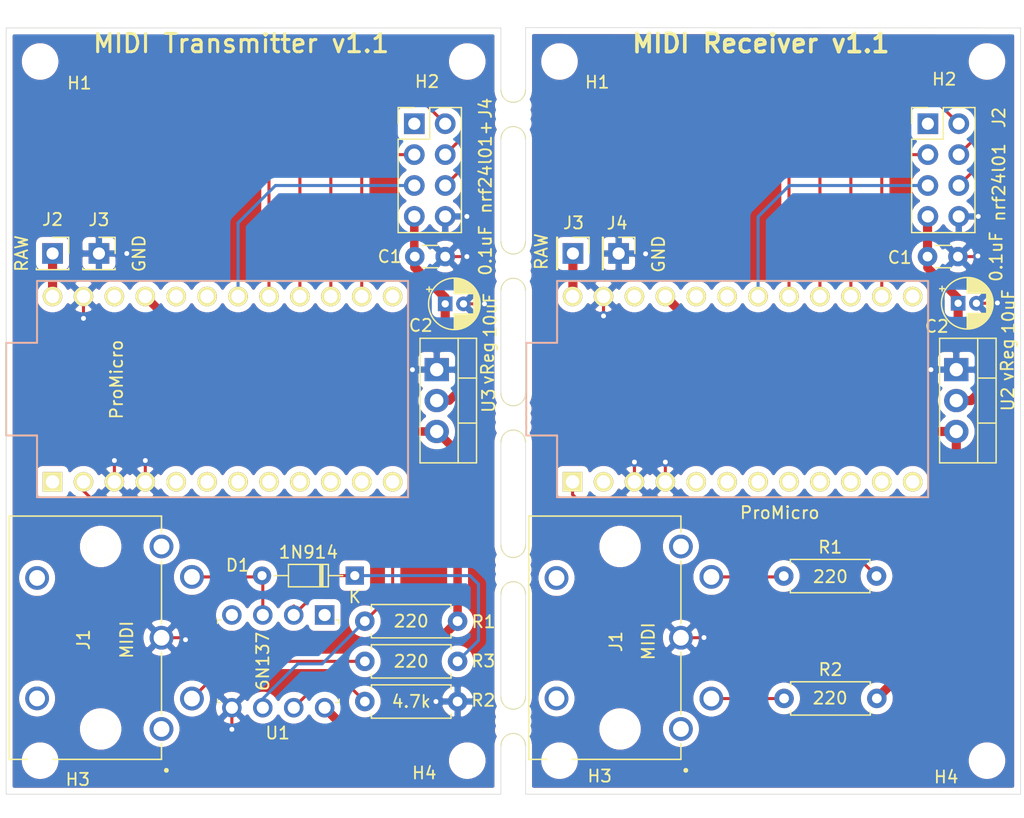
<source format=kicad_pcb>
(kicad_pcb (version 20171130) (host pcbnew "(5.1.4-0-10_14)")
  (layers (0 F.Cu signal) (31 B.Cu signal) (34 B.Paste user) (35 F.Paste user) (36 B.SilkS user) (37 F.SilkS user) (38 B.Mask user) (39 F.Mask user) (44 Edge.Cuts user))
  (net 0 "")
  (net 1 +3V3)
  (net 2 GND)
  (net 3 +5V)
  (net 4 "Net-(D1-Pad2)")
  (net 5 "Net-(D1-Pad1)")
  (net 6 "Net-(J1-Pad1)")
  (net 7 "Net-(J1-Pad3)")
  (net 8 /RAW)
  (net 9 /CE)
  (net 10 /CSN)
  (net 11 /SCK)
  (net 12 /MOSI)
  (net 13 /MISO)
  (net 14 "Net-(J4-Pad1)")
  (net 15 /MIDI_IN)
  (net 16 "Net-(R2-Pad1)")
  (net 17 "Net-(U1-Pad4)")
  (net 18 "Net-(U1-Pad1)")
  (net 19 "Net-(U2-Pad22)")
  (net 20 "Net-(U2-Pad20)")
  (net 21 "Net-(U2-Pad19)")
  (net 22 "Net-(U2-Pad13)")
  (net 23 "Net-(U2-Pad10)")
  (net 24 "Net-(U2-Pad9)")
  (net 25 "Net-(U2-Pad8)")
  (net 26 "Net-(U2-Pad7)")
  (net 27 "Net-(U2-Pad6)")
  (net 28 "Net-(U2-Pad5)")
  (net 29 "Net-(U2-Pad1)")
  (net 30 "Net-(U2-Pad12)")
  (net 31 "Net-(J1-Pad4)")
  (net 32 "Net-(J1-Pad5)")
  (net 33 "Net-(J2-Pad1)")
  (net 34 "Net-(U1-Pad22)")
  (net 35 "Net-(U1-Pad20)")
  (net 36 "Net-(U1-Pad19)")
  (net 37 "Net-(U1-Pad11)")
  (net 38 "Net-(U1-Pad10)")
  (net 39 "Net-(U1-Pad9)")
  (net 40 "Net-(U1-Pad8)")
  (net 41 "Net-(U1-Pad7)")
  (net 42 "Net-(U1-Pad6)")
  (net 43 "Net-(U1-Pad5)")
  (net 44 "Net-(U1-Pad2)")
  (net 45 "Net-(U1-Pad13)")
  (module Capacitor_THT:CP_Radial_D4.0mm_P1.50mm (layer F.Cu) (at 133.858 105.537)
    (fp_text reference C2 (at -2.0066 1.778) (layer F.SilkS))
    (fp_text value 10uF (at 3.683 0.9398 270) (layer F.SilkS))
    (pad 2 thru_hole circle (at 1.5 0) (size 1.2 1.2) (drill 0.6) (layers *.Cu *.Mask) (net 2 GND))
    (pad 1 thru_hole rect (at 0 0) (size 1.2 1.2) (drill 0.6) (layers *.Cu *.Mask) (net 1 +3V3))
  )
  (module Panelization:mouse-bite-2mm-slot (layer F.Cu) (at 139.446 114.9096 90)
    (fp_text reference mouse-bite-2mm-slot hide)
    (fp_text value VAL** hide)
    (pad "" np_thru_hole circle (at 0.75 0.75 90) (size 0.5 0.5) (drill 0.5) (layers *.Cu *.Mask))
    (pad "" np_thru_hole circle (at -0.75 0.75 90) (size 0.5 0.5) (drill 0.5) (layers *.Cu *.Mask))
    (pad "" np_thru_hole circle (at -0.75 -0.75 90) (size 0.5 0.5) (drill 0.5) (layers *.Cu *.Mask))
    (pad "" np_thru_hole circle (at 0.75 -0.75 90) (size 0.5 0.5) (drill 0.5) (layers *.Cu *.Mask))
    (pad "" np_thru_hole circle (at 0 0.75 90) (size 0.5 0.5) (drill 0.5) (layers *.Cu *.Mask))
    (pad "" np_thru_hole circle (at 0 -0.75 90) (size 0.5 0.5) (drill 0.5) (layers *.Cu *.Mask))
  )
  (module Panelization:mouse-bite-2mm-slot (layer F.Cu) (at 139.446 127.381 90)
    (fp_text reference mouse-bite-2mm-slot hide)
    (fp_text value VAL** hide)
    (pad "" np_thru_hole circle (at 0.75 0.75 90) (size 0.5 0.5) (drill 0.5) (layers *.Cu *.Mask))
    (pad "" np_thru_hole circle (at -0.75 0.75 90) (size 0.5 0.5) (drill 0.5) (layers *.Cu *.Mask))
    (pad "" np_thru_hole circle (at -0.75 -0.75 90) (size 0.5 0.5) (drill 0.5) (layers *.Cu *.Mask))
    (pad "" np_thru_hole circle (at 0.75 -0.75 90) (size 0.5 0.5) (drill 0.5) (layers *.Cu *.Mask))
    (pad "" np_thru_hole circle (at 0 0.75 90) (size 0.5 0.5) (drill 0.5) (layers *.Cu *.Mask))
    (pad "" np_thru_hole circle (at 0 -0.75 90) (size 0.5 0.5) (drill 0.5) (layers *.Cu *.Mask))
  )
  (module Panelization:mouse-bite-2mm-slot (layer F.Cu) (at 139.446 102.4382 90)
    (fp_text reference mouse-bite-2mm-slot hide)
    (fp_text value VAL** hide)
    (pad "" np_thru_hole circle (at 0.75 0.75 90) (size 0.5 0.5) (drill 0.5) (layers *.Cu *.Mask))
    (pad "" np_thru_hole circle (at -0.75 0.75 90) (size 0.5 0.5) (drill 0.5) (layers *.Cu *.Mask))
    (pad "" np_thru_hole circle (at -0.75 -0.75 90) (size 0.5 0.5) (drill 0.5) (layers *.Cu *.Mask))
    (pad "" np_thru_hole circle (at 0.75 -0.75 90) (size 0.5 0.5) (drill 0.5) (layers *.Cu *.Mask))
    (pad "" np_thru_hole circle (at 0 0.75 90) (size 0.5 0.5) (drill 0.5) (layers *.Cu *.Mask))
    (pad "" np_thru_hole circle (at 0 -0.75 90) (size 0.5 0.5) (drill 0.5) (layers *.Cu *.Mask))
  )
  (module Panelization:mouse-bite-2mm-slot (layer F.Cu) (at 139.446 139.8524 90)
    (fp_text reference mouse-bite-2mm-slot hide)
    (fp_text value VAL** hide)
    (pad "" np_thru_hole circle (at 0.75 0.75 90) (size 0.5 0.5) (drill 0.5) (layers *.Cu *.Mask))
    (pad "" np_thru_hole circle (at -0.75 0.75 90) (size 0.5 0.5) (drill 0.5) (layers *.Cu *.Mask))
    (pad "" np_thru_hole circle (at -0.75 -0.75 90) (size 0.5 0.5) (drill 0.5) (layers *.Cu *.Mask))
    (pad "" np_thru_hole circle (at 0.75 -0.75 90) (size 0.5 0.5) (drill 0.5) (layers *.Cu *.Mask))
    (pad "" np_thru_hole circle (at 0 0.75 90) (size 0.5 0.5) (drill 0.5) (layers *.Cu *.Mask))
    (pad "" np_thru_hole circle (at 0 -0.75 90) (size 0.5 0.5) (drill 0.5) (layers *.Cu *.Mask))
  )
  (module Panelization:mouse-bite-2mm-slot (layer F.Cu) (at 139.446 89.9668 90)
    (fp_text reference mouse-bite-2mm-slot hide)
    (fp_text value VAL** hide)
    (pad "" np_thru_hole circle (at 0.75 0.75 90) (size 0.5 0.5) (drill 0.5) (layers *.Cu *.Mask))
    (pad "" np_thru_hole circle (at -0.75 0.75 90) (size 0.5 0.5) (drill 0.5) (layers *.Cu *.Mask))
    (pad "" np_thru_hole circle (at -0.75 -0.75 90) (size 0.5 0.5) (drill 0.5) (layers *.Cu *.Mask))
    (pad "" np_thru_hole circle (at 0.75 -0.75 90) (size 0.5 0.5) (drill 0.5) (layers *.Cu *.Mask))
    (pad "" np_thru_hole circle (at 0 0.75 90) (size 0.5 0.5) (drill 0.5) (layers *.Cu *.Mask))
    (pad "" np_thru_hole circle (at 0 -0.75 90) (size 0.5 0.5) (drill 0.5) (layers *.Cu *.Mask))
  )
  (module MountingHole:MountingHole_2mm (layer F.Cu) (at 135.6694 143.0862)
    (fp_text reference H4 (at -3.5306 1.016) (layer F.SilkS))
    (fp_text value MountingHole_2mm)
    (pad "" np_thru_hole circle (at 0 0) (size 2 2) (drill 2) (layers *.Cu *.Mask))
  )
  (module MountingHole:MountingHole_2mm (layer F.Cu) (at 100.576 143.0862)
    (fp_text reference H3 (at 3.0988 1.5494) (layer F.SilkS))
    (fp_text value MountingHole_2mm)
    (pad "" np_thru_hole circle (at 0 0) (size 2 2) (drill 2) (layers *.Cu *.Mask))
  )
  (module MountingHole:MountingHole_2mm (layer F.Cu) (at 100.576 85.6154)
    (fp_text reference H1 (at 3.2258 1.778) (layer F.SilkS))
    (fp_text value MountingHole_2mm)
    (pad "" np_thru_hole circle (at 0 0) (size 2 2) (drill 2) (layers *.Cu *.Mask))
  )
  (module MountingHole:MountingHole_2mm (layer F.Cu) (at 135.6694 85.6154)
    (fp_text reference H2 (at -3.302 1.651) (layer F.SilkS))
    (fp_text value MountingHole_2mm)
    (pad "" np_thru_hole circle (at 0 0) (size 2 2) (drill 2) (layers *.Cu *.Mask))
  )
  (module Package_TO_SOT_THT:TO-220-3_Vertical (layer F.Cu) (at 133.1595 110.9472 270)
    (fp_text reference U3 (at 2.54 -4.27 90) (layer F.SilkS))
    (fp_text value vReg (at -0.5334 -4.1783 90) (layer F.SilkS))
    (pad 3 thru_hole oval (at 5.08 0 270) (size 1.905 2) (drill 1.1) (layers *.Cu *.Mask) (net 3 +5V))
    (pad 2 thru_hole oval (at 2.54 0 270) (size 1.905 2) (drill 1.1) (layers *.Cu *.Mask) (net 1 +3V3))
    (pad 1 thru_hole rect (at 0 0 270) (size 1.905 2) (drill 1.1) (layers *.Cu *.Mask) (net 2 GND))
  )
  (module promicro:ProMicro (layer F.Cu) (at 115.57 112.5474)
    (fp_text reference U2 hide)
    (fp_text value ProMicro (at -8.7122 -0.7874 270) (layer F.SilkS))
    (pad 24 thru_hole circle (at -13.97 -7.62) (size 1.6 1.6) (drill 1.1) (layers *.Cu *.Mask F.SilkS) (net 8 /RAW))
    (pad 23 thru_hole circle (at -11.43 -7.62) (size 1.6 1.6) (drill 1.1) (layers *.Cu *.Mask F.SilkS) (net 2 GND))
    (pad 22 thru_hole circle (at -8.89 -7.62) (size 1.6 1.6) (drill 1.1) (layers *.Cu *.Mask F.SilkS) (net 19 "Net-(U2-Pad22)"))
    (pad 21 thru_hole circle (at -6.35 -7.62) (size 1.6 1.6) (drill 1.1) (layers *.Cu *.Mask F.SilkS) (net 3 +5V))
    (pad 20 thru_hole circle (at -3.81 -7.62) (size 1.6 1.6) (drill 1.1) (layers *.Cu *.Mask F.SilkS) (net 20 "Net-(U2-Pad20)"))
    (pad 19 thru_hole circle (at -1.27 -7.62) (size 1.6 1.6) (drill 1.1) (layers *.Cu *.Mask F.SilkS) (net 21 "Net-(U2-Pad19)"))
    (pad 18 thru_hole circle (at 1.27 -7.62) (size 1.6 1.6) (drill 1.1) (layers *.Cu *.Mask F.SilkS) (net 10 /CSN))
    (pad 17 thru_hole circle (at 3.81 -7.62) (size 1.6 1.6) (drill 1.1) (layers *.Cu *.Mask F.SilkS) (net 9 /CE))
    (pad 16 thru_hole circle (at 6.35 -7.62) (size 1.6 1.6) (drill 1.1) (layers *.Cu *.Mask F.SilkS) (net 11 /SCK))
    (pad 15 thru_hole circle (at 8.89 -7.62) (size 1.6 1.6) (drill 1.1) (layers *.Cu *.Mask F.SilkS) (net 13 /MISO))
    (pad 14 thru_hole circle (at 11.43 -7.62) (size 1.6 1.6) (drill 1.1) (layers *.Cu *.Mask F.SilkS) (net 12 /MOSI))
    (pad 13 thru_hole circle (at 13.97 -7.62) (size 1.6 1.6) (drill 1.1) (layers *.Cu *.Mask F.SilkS) (net 22 "Net-(U2-Pad13)"))
    (pad 12 thru_hole circle (at 13.97 7.62) (size 1.6 1.6) (drill 1.1) (layers *.Cu *.Mask F.SilkS) (net 30 "Net-(U2-Pad12)"))
    (pad 11 thru_hole circle (at 11.43 7.62) (size 1.6 1.6) (drill 1.1) (layers *.Cu *.Mask F.SilkS))
    (pad 10 thru_hole circle (at 8.89 7.62) (size 1.6 1.6) (drill 1.1) (layers *.Cu *.Mask F.SilkS) (net 23 "Net-(U2-Pad10)"))
    (pad 9 thru_hole circle (at 6.35 7.62) (size 1.6 1.6) (drill 1.1) (layers *.Cu *.Mask F.SilkS) (net 24 "Net-(U2-Pad9)"))
    (pad 8 thru_hole circle (at 3.81 7.62) (size 1.6 1.6) (drill 1.1) (layers *.Cu *.Mask F.SilkS) (net 25 "Net-(U2-Pad8)"))
    (pad 7 thru_hole circle (at 1.27 7.62) (size 1.6 1.6) (drill 1.1) (layers *.Cu *.Mask F.SilkS) (net 26 "Net-(U2-Pad7)"))
    (pad 6 thru_hole circle (at -1.27 7.62) (size 1.6 1.6) (drill 1.1) (layers *.Cu *.Mask F.SilkS) (net 27 "Net-(U2-Pad6)"))
    (pad 5 thru_hole circle (at -3.81 7.62) (size 1.6 1.6) (drill 1.1) (layers *.Cu *.Mask F.SilkS) (net 28 "Net-(U2-Pad5)"))
    (pad 4 thru_hole circle (at -6.35 7.62) (size 1.6 1.6) (drill 1.1) (layers *.Cu *.Mask F.SilkS) (net 2 GND))
    (pad 3 thru_hole circle (at -8.89 7.62) (size 1.6 1.6) (drill 1.1) (layers *.Cu *.Mask F.SilkS) (net 2 GND))
    (pad 2 thru_hole circle (at -11.43 7.62) (size 1.6 1.6) (drill 1.1) (layers *.Cu *.Mask F.SilkS) (net 15 /MIDI_IN))
    (pad 1 thru_hole rect (at -13.97 7.62) (size 1.6 1.6) (drill 1.1) (layers *.Cu *.Mask F.SilkS) (net 29 "Net-(U2-Pad1)"))
  )
  (module digikey-footprints:DIP-8_W7.62mm (layer F.Cu) (at 123.952 131.1148 270)
    (fp_text reference U1 (at 9.7028 3.8608 180) (layer F.SilkS))
    (fp_text value 6N137 (at 3.81 5.08 90) (layer F.SilkS))
    (pad 8 thru_hole circle (at 7.62 0 270) (size 1.6 1.6) (drill 1) (layers *.Cu *.Mask) (net 3 +5V))
    (pad 7 thru_hole circle (at 7.62 2.54 270) (size 1.6 1.6) (drill 1) (layers *.Cu *.Mask) (net 16 "Net-(R2-Pad1)"))
    (pad 6 thru_hole circle (at 7.62 5.08 270) (size 1.6 1.6) (drill 1) (layers *.Cu *.Mask) (net 15 /MIDI_IN))
    (pad 5 thru_hole circle (at 7.62 7.62 270) (size 1.6 1.6) (drill 1) (layers *.Cu *.Mask) (net 2 GND))
    (pad 4 thru_hole circle (at 0 7.62 270) (size 1.6 1.6) (drill 1) (layers *.Cu *.Mask) (net 17 "Net-(U1-Pad4)"))
    (pad 3 thru_hole circle (at 0 5.08 270) (size 1.6 1.6) (drill 1) (layers *.Cu *.Mask) (net 4 "Net-(D1-Pad2)"))
    (pad 2 thru_hole circle (at 0 2.54 270) (size 1.6 1.6) (drill 1) (layers *.Cu *.Mask) (net 5 "Net-(D1-Pad1)"))
    (pad 1 thru_hole rect (at 0 0 270) (size 1.6 1.6) (drill 1) (layers *.Cu *.Mask) (net 18 "Net-(U1-Pad1)"))
  )
  (module Diode_THT:D_DO-34_SOD68_P7.62mm_Horizontal (layer F.Cu) (at 126.4285 127.8763 180)
    (fp_text reference D1 (at 9.6139 0.8509) (layer F.SilkS))
    (fp_text value 1N914 (at 3.81 1.92) (layer F.SilkS))
    (fp_text user K (at 0 -1.75) (layer F.SilkS))
    (pad 2 thru_hole oval (at 7.62 0 180) (size 1.5 1.5) (drill 0.75) (layers *.Cu *.Mask) (net 4 "Net-(D1-Pad2)"))
    (pad 1 thru_hole rect (at 0 0 180) (size 1.5 1.5) (drill 0.75) (layers *.Cu *.Mask) (net 5 "Net-(D1-Pad1)"))
  )
  (module Resistor_THT:R_Axial_DIN0207_L6.3mm_D2.5mm_P7.62mm_Horizontal (layer F.Cu) (at 134.874 131.6228 180)
    (fp_text reference R1 (at -2.1336 -0.0508) (layer F.SilkS))
    (fp_text value 220 (at 3.81 0) (layer F.SilkS))
    (pad 2 thru_hole oval (at 7.62 0 180) (size 1.6 1.6) (drill 0.8) (layers *.Cu *.Mask) (net 15 /MIDI_IN))
    (pad 1 thru_hole circle (at 0 0 180) (size 1.6 1.6) (drill 0.8) (layers *.Cu *.Mask) (net 3 +5V))
  )
  (module MIDI_jack:Midi_jack (layer F.Cu) (at 114.3 122.7328 270)
    (fp_text reference J1 (at 10.414 10.16 90) (layer F.SilkS))
    (fp_text value MIDI (at 10.414 6.604 90) (layer F.SilkS))
    (pad 4 thru_hole circle (at 15.25 1.25 270) (size 1.95 1.95) (drill 1.3) (layers *.Cu *.Mask) (net 31 "Net-(J1-Pad4)"))
    (pad 1 thru_hole circle (at 17.75 3.75 270) (size 1.95 1.95) (drill 1.3) (layers *.Cu *.Mask) (net 6 "Net-(J1-Pad1)"))
    (pad Hole np_thru_hole circle (at 17.75 8.75 270) (size 2.4 2.4) (drill 2.4) (layers *.Cu *.Mask F.SilkS))
    (pad 5 thru_hole circle (at 5.25 1.25 270) (size 1.95 1.95) (drill 1.3) (layers *.Cu *.Mask) (net 4 "Net-(D1-Pad2)"))
    (pad S2 thru_hole circle (at 15.24 13.97 270) (size 1.95 1.95) (drill 1.3) (layers *.Cu *.Mask))
    (pad 3 thru_hole circle (at 2.75 3.75 270) (size 1.95 1.95) (drill 1.3) (layers *.Cu *.Mask) (net 7 "Net-(J1-Pad3)"))
    (pad S1 thru_hole circle (at 5.334 13.97 270) (size 1.95 1.95) (drill 1.3) (layers *.Cu *.Mask))
    (pad Hole np_thru_hole circle (at 2.75 8.75 270) (size 2.4 2.4) (drill 2.4) (layers *.Cu *.Mask F.SilkS))
    (pad 2 thru_hole circle (at 10.25 3.75 270) (size 1.95 1.95) (drill 1.3) (layers *.Cu *.Mask) (net 2 GND))
  )
  (module Resistor_THT:R_Axial_DIN0207_L6.3mm_D2.5mm_P7.62mm_Horizontal (layer F.Cu) (at 127.254 134.9248)
    (fp_text reference R3 (at 9.7282 -0.0254) (layer F.SilkS))
    (fp_text value 220 (at 3.81 0) (layer F.SilkS))
    (pad 2 thru_hole oval (at 7.62 0) (size 1.6 1.6) (drill 0.8) (layers *.Cu *.Mask) (net 5 "Net-(D1-Pad1)"))
    (pad 1 thru_hole circle (at 0 0) (size 1.6 1.6) (drill 0.8) (layers *.Cu *.Mask) (net 31 "Net-(J1-Pad4)"))
  )
  (module Resistor_THT:R_Axial_DIN0207_L6.3mm_D2.5mm_P7.62mm_Horizontal (layer F.Cu) (at 127.254 138.2268)
    (fp_text reference R2 (at 9.7282 -0.1016) (layer F.SilkS))
    (fp_text value 4.7k (at 3.81 0) (layer F.SilkS))
    (pad 2 thru_hole oval (at 7.62 0) (size 1.6 1.6) (drill 0.8) (layers *.Cu *.Mask) (net 2 GND))
    (pad 1 thru_hole circle (at 0 0) (size 1.6 1.6) (drill 0.8) (layers *.Cu *.Mask) (net 16 "Net-(R2-Pad1)"))
  )
  (module Connector_PinHeader_2.54mm:PinHeader_2x04_P2.54mm_Vertical (layer F.Cu) (at 131.318 90.7288)
    (fp_text reference J4 (at 5.842 -1.27 90) (layer F.SilkS))
    (fp_text value nrf24l01+ (at 5.842 3.556 90) (layer F.SilkS))
    (pad 8 thru_hole oval (at 2.54 7.62) (size 1.7 1.7) (drill 1) (layers *.Cu *.Mask) (net 2 GND))
    (pad 7 thru_hole oval (at 0 7.62) (size 1.7 1.7) (drill 1) (layers *.Cu *.Mask) (net 1 +3V3))
    (pad 6 thru_hole oval (at 2.54 5.08) (size 1.7 1.7) (drill 1) (layers *.Cu *.Mask) (net 9 /CE))
    (pad 5 thru_hole oval (at 0 5.08) (size 1.7 1.7) (drill 1) (layers *.Cu *.Mask) (net 10 /CSN))
    (pad 4 thru_hole oval (at 2.54 2.54) (size 1.7 1.7) (drill 1) (layers *.Cu *.Mask) (net 11 /SCK))
    (pad 3 thru_hole oval (at 0 2.54) (size 1.7 1.7) (drill 1) (layers *.Cu *.Mask) (net 12 /MOSI))
    (pad 2 thru_hole oval (at 2.54 0) (size 1.7 1.7) (drill 1) (layers *.Cu *.Mask) (net 13 /MISO))
    (pad 1 thru_hole rect (at 0 0) (size 1.7 1.7) (drill 1) (layers *.Cu *.Mask) (net 14 "Net-(J4-Pad1)"))
  )
  (module Connector_PinSocket_2.54mm:PinSocket_1x01_P2.54mm_Vertical (layer F.Cu) (at 105.41 101.3968)
    (fp_text reference J3 (at 0 -2.77) (layer F.SilkS))
    (fp_text value GND (at 3.302 0 90) (layer F.SilkS))
    (pad 1 thru_hole rect (at 0 0) (size 1.7 1.7) (drill 1) (layers *.Cu *.Mask) (net 2 GND))
  )
  (module Connector_PinSocket_2.54mm:PinSocket_1x01_P2.54mm_Vertical (layer F.Cu) (at 101.6 101.3968)
    (fp_text reference J2 (at 0 -2.794) (layer F.SilkS))
    (fp_text value RAW (at -2.54 0 90) (layer F.SilkS))
    (pad 1 thru_hole rect (at 0 0) (size 1.7 1.7) (drill 1) (layers *.Cu *.Mask) (net 8 /RAW))
  )
  (module Capacitor_THT:C_Disc_D3.0mm_W1.6mm_P2.50mm (layer F.Cu) (at 133.858 101.6508 180)
    (fp_text reference C1 (at 4.572 0) (layer F.SilkS))
    (fp_text value 0.1uF (at -3.302 0.508 90) (layer F.SilkS))
    (pad 2 thru_hole circle (at 2.5 0 180) (size 1.6 1.6) (drill 0.8) (layers *.Cu *.Mask) (net 1 +3V3))
    (pad 1 thru_hole circle (at 0 0 180) (size 1.6 1.6) (drill 0.8) (layers *.Cu *.Mask) (net 2 GND))
  )
  (module Connector_PinHeader_2.54mm:PinHeader_1x01_P2.54mm_Vertical (layer F.Cu) (at 148.1074 101.3968 270)
    (fp_text reference J4 (at -2.4892 0.127 180) (layer F.SilkS))
    (fp_text value GND (at 0.0508 -3.2766 270) (layer F.SilkS))
    (pad 1 thru_hole rect (at 0 0 270) (size 1.7 1.7) (drill 1) (layers *.Cu *.Mask) (net 2 GND))
  )
  (module Connector_PinHeader_2.54mm:PinHeader_1x01_P2.54mm_Vertical (layer F.Cu) (at 144.3482 101.3968 270)
    (fp_text reference J3 (at -2.5146 -0.0508) (layer F.SilkS))
    (fp_text value RAW (at -0.1524 2.5908 270) (layer F.SilkS))
    (pad 1 thru_hole rect (at 0 0 270) (size 1.7 1.7) (drill 1) (layers *.Cu *.Mask) (net 8 /RAW))
  )
  (module Package_TO_SOT_THT:TO-220-3_Vertical (layer F.Cu) (at 175.8442 110.9472 270)
    (fp_text reference U2 (at 2.413 -4.2418 90) (layer F.SilkS))
    (fp_text value vReg (at -0.8128 -4.191 270) (layer F.SilkS))
    (pad 3 thru_hole oval (at 5.08 0 270) (size 1.905 2) (drill 1.1) (layers *.Cu *.Mask) (net 3 +5V))
    (pad 2 thru_hole oval (at 2.54 0 270) (size 1.905 2) (drill 1.1) (layers *.Cu *.Mask) (net 1 +3V3))
    (pad 1 thru_hole rect (at 0 0 270) (size 1.905 2) (drill 1.1) (layers *.Cu *.Mask) (net 2 GND))
  )
  (module MIDI_jack:Midi_jack (layer F.Cu) (at 156.972 122.7328 270)
    (fp_text reference J1 (at 10.5664 9.0932 90) (layer F.SilkS))
    (fp_text value MIDI (at 10.541 6.4262 90) (layer F.SilkS))
    (pad 4 thru_hole circle (at 15.25 1.25 270) (size 1.95 1.95) (drill 1.3) (layers *.Cu *.Mask) (net 31 "Net-(J1-Pad4)"))
    (pad 1 thru_hole circle (at 17.75 3.75 270) (size 1.95 1.95) (drill 1.3) (layers *.Cu *.Mask) (net 6 "Net-(J1-Pad1)"))
    (pad Hole np_thru_hole circle (at 17.75 8.75 270) (size 2.4 2.4) (drill 2.4) (layers *.Cu *.Mask F.SilkS))
    (pad 5 thru_hole circle (at 5.25 1.25 270) (size 1.95 1.95) (drill 1.3) (layers *.Cu *.Mask) (net 32 "Net-(J1-Pad5)"))
    (pad S2 thru_hole circle (at 15.24 13.97 270) (size 1.95 1.95) (drill 1.3) (layers *.Cu *.Mask))
    (pad 3 thru_hole circle (at 2.75 3.75 270) (size 1.95 1.95) (drill 1.3) (layers *.Cu *.Mask) (net 7 "Net-(J1-Pad3)"))
    (pad S1 thru_hole circle (at 5.334 13.97 270) (size 1.95 1.95) (drill 1.3) (layers *.Cu *.Mask))
    (pad Hole np_thru_hole circle (at 2.75 8.75 270) (size 2.4 2.4) (drill 2.4) (layers *.Cu *.Mask F.SilkS))
    (pad 2 thru_hole circle (at 10.25 3.75 270) (size 1.95 1.95) (drill 1.3) (layers *.Cu *.Mask) (net 2 GND))
  )
  (module MountingHole:MountingHole_2mm (layer F.Cu) (at 178.3668 143.0862)
    (fp_text reference H4 (at -3.3528 1.3462) (layer F.SilkS))
    (fp_text value MountingHole)
    (pad "" np_thru_hole circle (at 0 0) (size 2 2) (drill 2) (layers *.Cu *.Mask))
  )
  (module MountingHole:MountingHole_2mm (layer F.Cu) (at 178.3668 85.6154)
    (fp_text reference H2 (at -3.5132 1.4558) (layer F.SilkS))
    (fp_text value MountingHole)
    (pad "" np_thru_hole circle (at 0 0) (size 2 2) (drill 2) (layers *.Cu *.Mask))
  )
  (module MountingHole:MountingHole_2mm (layer F.Cu) (at 143.248 143.0862)
    (fp_text reference H3 (at 3.302 1.27) (layer F.SilkS))
    (fp_text value MountingHole)
    (pad "" np_thru_hole circle (at 0 0) (size 2 2) (drill 2) (layers *.Cu *.Mask))
  )
  (module MountingHole:MountingHole_2mm (layer F.Cu) (at 143.248 85.6154)
    (fp_text reference H1 (at 3.0988 1.7018) (layer F.SilkS))
    (fp_text value MountingHole)
    (pad "" np_thru_hole circle (at 0 0) (size 2 2) (drill 2) (layers *.Cu *.Mask))
  )
  (module Resistor_THT:R_Axial_DIN0207_L6.3mm_D2.5mm_P7.62mm_Horizontal (layer F.Cu) (at 161.6964 137.9728)
    (fp_text reference R2 (at 3.81 -2.37) (layer F.SilkS))
    (fp_text value 220 (at 3.7846 -0.0254) (layer F.SilkS))
    (pad 2 thru_hole oval (at 7.62 0) (size 1.6 1.6) (drill 0.8) (layers *.Cu *.Mask) (net 3 +5V))
    (pad 1 thru_hole circle (at 0 0) (size 1.6 1.6) (drill 0.8) (layers *.Cu *.Mask) (net 31 "Net-(J1-Pad4)"))
  )
  (module Resistor_THT:R_Axial_DIN0207_L6.3mm_D2.5mm_P7.62mm_Horizontal (layer F.Cu) (at 161.671 127.9144)
    (fp_text reference R1 (at 3.81 -2.37) (layer F.SilkS))
    (fp_text value 220 (at 3.8354 0.0508) (layer F.SilkS))
    (pad 2 thru_hole oval (at 7.62 0) (size 1.6 1.6) (drill 0.8) (layers *.Cu *.Mask) (net 15 /MIDI_IN))
    (pad 1 thru_hole circle (at 0 0) (size 1.6 1.6) (drill 0.8) (layers *.Cu *.Mask) (net 32 "Net-(J1-Pad5)"))
  )
  (module Connector_PinHeader_2.54mm:PinHeader_2x04_P2.54mm_Vertical (layer F.Cu) (at 173.5074 90.7288)
    (fp_text reference J2 (at 5.842 -0.508 90) (layer F.SilkS))
    (fp_text value nrf24l01 (at 5.842 4.826 270) (layer F.SilkS))
    (pad 8 thru_hole oval (at 2.54 7.62) (size 1.7 1.7) (drill 1) (layers *.Cu *.Mask) (net 2 GND))
    (pad 7 thru_hole oval (at 0 7.62) (size 1.7 1.7) (drill 1) (layers *.Cu *.Mask) (net 1 +3V3))
    (pad 6 thru_hole oval (at 2.54 5.08) (size 1.7 1.7) (drill 1) (layers *.Cu *.Mask) (net 9 /CE))
    (pad 5 thru_hole oval (at 0 5.08) (size 1.7 1.7) (drill 1) (layers *.Cu *.Mask) (net 10 /CSN))
    (pad 4 thru_hole oval (at 2.54 2.54) (size 1.7 1.7) (drill 1) (layers *.Cu *.Mask) (net 11 /SCK))
    (pad 3 thru_hole oval (at 0 2.54) (size 1.7 1.7) (drill 1) (layers *.Cu *.Mask) (net 12 /MOSI))
    (pad 2 thru_hole oval (at 2.54 0) (size 1.7 1.7) (drill 1) (layers *.Cu *.Mask) (net 13 /MISO))
    (pad 1 thru_hole rect (at 0 0) (size 1.7 1.7) (drill 1) (layers *.Cu *.Mask) (net 33 "Net-(J2-Pad1)"))
  )
  (module promicro:ProMicro (layer F.Cu) (at 158.2928 112.5474)
    (fp_text reference U1 hide)
    (fp_text value ProMicro (at 3.048 10.16) (layer F.SilkS))
    (pad 24 thru_hole circle (at -13.97 -7.62) (size 1.6 1.6) (drill 1.1) (layers *.Cu *.Mask F.SilkS) (net 8 /RAW))
    (pad 23 thru_hole circle (at -11.43 -7.62) (size 1.6 1.6) (drill 1.1) (layers *.Cu *.Mask F.SilkS) (net 2 GND))
    (pad 22 thru_hole circle (at -8.89 -7.62) (size 1.6 1.6) (drill 1.1) (layers *.Cu *.Mask F.SilkS) (net 34 "Net-(U1-Pad22)"))
    (pad 21 thru_hole circle (at -6.35 -7.62) (size 1.6 1.6) (drill 1.1) (layers *.Cu *.Mask F.SilkS) (net 3 +5V))
    (pad 20 thru_hole circle (at -3.81 -7.62) (size 1.6 1.6) (drill 1.1) (layers *.Cu *.Mask F.SilkS) (net 35 "Net-(U1-Pad20)"))
    (pad 19 thru_hole circle (at -1.27 -7.62) (size 1.6 1.6) (drill 1.1) (layers *.Cu *.Mask F.SilkS) (net 36 "Net-(U1-Pad19)"))
    (pad 18 thru_hole circle (at 1.27 -7.62) (size 1.6 1.6) (drill 1.1) (layers *.Cu *.Mask F.SilkS) (net 10 /CSN))
    (pad 17 thru_hole circle (at 3.81 -7.62) (size 1.6 1.6) (drill 1.1) (layers *.Cu *.Mask F.SilkS) (net 9 /CE))
    (pad 16 thru_hole circle (at 6.35 -7.62) (size 1.6 1.6) (drill 1.1) (layers *.Cu *.Mask F.SilkS) (net 11 /SCK))
    (pad 15 thru_hole circle (at 8.89 -7.62) (size 1.6 1.6) (drill 1.1) (layers *.Cu *.Mask F.SilkS) (net 13 /MISO))
    (pad 14 thru_hole circle (at 11.43 -7.62) (size 1.6 1.6) (drill 1.1) (layers *.Cu *.Mask F.SilkS) (net 12 /MOSI))
    (pad 13 thru_hole circle (at 13.97 -7.62) (size 1.6 1.6) (drill 1.1) (layers *.Cu *.Mask F.SilkS) (net 45 "Net-(U1-Pad13)"))
    (pad 12 thru_hole circle (at 13.97 7.62) (size 1.6 1.6) (drill 1.1) (layers *.Cu *.Mask F.SilkS))
    (pad 11 thru_hole circle (at 11.43 7.62) (size 1.6 1.6) (drill 1.1) (layers *.Cu *.Mask F.SilkS) (net 37 "Net-(U1-Pad11)"))
    (pad 10 thru_hole circle (at 8.89 7.62) (size 1.6 1.6) (drill 1.1) (layers *.Cu *.Mask F.SilkS) (net 38 "Net-(U1-Pad10)"))
    (pad 9 thru_hole circle (at 6.35 7.62) (size 1.6 1.6) (drill 1.1) (layers *.Cu *.Mask F.SilkS) (net 39 "Net-(U1-Pad9)"))
    (pad 8 thru_hole circle (at 3.81 7.62) (size 1.6 1.6) (drill 1.1) (layers *.Cu *.Mask F.SilkS) (net 40 "Net-(U1-Pad8)"))
    (pad 7 thru_hole circle (at 1.27 7.62) (size 1.6 1.6) (drill 1.1) (layers *.Cu *.Mask F.SilkS) (net 41 "Net-(U1-Pad7)"))
    (pad 6 thru_hole circle (at -1.27 7.62) (size 1.6 1.6) (drill 1.1) (layers *.Cu *.Mask F.SilkS) (net 42 "Net-(U1-Pad6)"))
    (pad 5 thru_hole circle (at -3.81 7.62) (size 1.6 1.6) (drill 1.1) (layers *.Cu *.Mask F.SilkS) (net 43 "Net-(U1-Pad5)"))
    (pad 4 thru_hole circle (at -6.35 7.62) (size 1.6 1.6) (drill 1.1) (layers *.Cu *.Mask F.SilkS) (net 2 GND))
    (pad 3 thru_hole circle (at -8.89 7.62) (size 1.6 1.6) (drill 1.1) (layers *.Cu *.Mask F.SilkS) (net 2 GND))
    (pad 2 thru_hole circle (at -11.43 7.62) (size 1.6 1.6) (drill 1.1) (layers *.Cu *.Mask F.SilkS) (net 44 "Net-(U1-Pad2)"))
    (pad 1 thru_hole rect (at -13.97 7.62) (size 1.6 1.6) (drill 1.1) (layers *.Cu *.Mask F.SilkS) (net 15 /MIDI_IN))
  )
  (module Capacitor_THT:CP_Radial_D4.0mm_P1.50mm (layer F.Cu) (at 175.9966 105.4862)
    (fp_text reference C2 (at -1.7526 1.905 180) (layer F.SilkS))
    (fp_text value 10uF (at 4.1402 0.6858 90) (layer F.SilkS))
    (pad 2 thru_hole circle (at 1.5 0) (size 1.2 1.2) (drill 0.6) (layers *.Cu *.Mask) (net 2 GND))
    (pad 1 thru_hole rect (at 0 0) (size 1.2 1.2) (drill 0.6) (layers *.Cu *.Mask) (net 1 +3V3))
  )
  (module Capacitor_THT:C_Disc_D3.0mm_W1.6mm_P2.50mm (layer F.Cu) (at 173.482 101.6508)
    (fp_text reference C1 (at -2.286 0.0762) (layer F.SilkS))
    (fp_text value 0.1uF (at 5.6388 0 90) (layer F.SilkS))
    (pad 2 thru_hole circle (at 2.5 0) (size 1.6 1.6) (drill 0.8) (layers *.Cu *.Mask) (net 2 GND))
    (pad 1 thru_hole circle (at 0 0) (size 1.6 1.6) (drill 0.8) (layers *.Cu *.Mask) (net 1 +3V3))
  )
  (gr_line (start 140.462 145.8468) (end 140.4874 145.8468) (layer Edge.Cuts) (width 0.05))
  (gr_arc (start 139.446 141.859) (end 140.462 141.859) (angle -180) (layer Edge.Cuts) (width 0.05))
  (gr_arc (start 139.446 137.8458) (end 138.43 137.8458) (angle -180) (layer Edge.Cuts) (width 0.05))
  (gr_arc (start 139.446 129.3876) (end 140.462 129.3876) (angle -180) (layer Edge.Cuts) (width 0.05))
  (gr_arc (start 139.446 125.3744) (end 138.43 125.3744) (angle -180) (layer Edge.Cuts) (width 0.05))
  (gr_arc (start 139.446 87.9602) (end 138.43 87.9602) (angle -180) (layer Edge.Cuts) (width 0.05))
  (gr_arc (start 139.446 91.9734) (end 140.462 91.9734) (angle -180) (layer Edge.Cuts) (width 0.05))
  (gr_arc (start 139.446 100.4316) (end 138.43 100.4316) (angle -180) (layer Edge.Cuts) (width 0.05))
  (gr_arc (start 139.446 104.4448) (end 140.462 104.4448) (angle -180) (layer Edge.Cuts) (width 0.05))
  (gr_arc (start 139.446 116.9162) (end 140.462 116.9162) (angle -180) (layer Edge.Cuts) (width 0.05))
  (gr_arc (start 139.446 112.903) (end 138.43 112.903) (angle -180) (layer Edge.Cuts) (width 0.05))
  (gr_line (start 138.43 87.9602) (end 138.43 82.8548) (layer Edge.Cuts) (width 0.05))
  (gr_line (start 138.43 100.4316) (end 138.43 91.9734) (layer Edge.Cuts) (width 0.05))
  (gr_line (start 138.43 112.903) (end 138.43 104.4448) (layer Edge.Cuts) (width 0.05))
  (gr_line (start 138.43 125.3744) (end 138.43 116.9162) (layer Edge.Cuts) (width 0.05))
  (gr_line (start 138.43 137.8458) (end 138.43 129.3876) (layer Edge.Cuts) (width 0.05))
  (gr_line (start 138.43 145.8468) (end 138.43 141.859) (layer Edge.Cuts) (width 0.05))
  (gr_line (start 140.462 141.859) (end 140.462 143.3068) (layer Edge.Cuts) (width 0.05))
  (gr_line (start 140.462 129.3876) (end 140.462 137.8458) (layer Edge.Cuts) (width 0.05))
  (gr_line (start 140.462 116.9162) (end 140.462 125.3744) (layer Edge.Cuts) (width 0.05))
  (gr_line (start 140.462 104.4448) (end 140.462 112.903) (layer Edge.Cuts) (width 0.05))
  (gr_line (start 140.462 91.9734) (end 140.462 100.4316) (layer Edge.Cuts) (width 0.05))
  (gr_line (start 140.462 82.8294) (end 140.462 87.9602) (layer Edge.Cuts) (width 0.05))
  (gr_text "MIDI Transmitter v1.1" (at 117.094 84.1248) (layer F.SilkS) (effects (font (size 1.5 1.5) (thickness 0.25))))
  (gr_line (start 97.79 82.8548) (end 97.79 84.8868) (layer Edge.Cuts) (width 0.05))
  (gr_line (start 97.79 84.8868) (end 97.79 86.1568) (layer Edge.Cuts) (width 0.05))
  (gr_line (start 97.79 145.8468) (end 97.79 86.1568) (layer Edge.Cuts) (width 0.05))
  (gr_line (start 138.43 145.8468) (end 97.79 145.8468) (layer Edge.Cuts) (width 0.05))
  (gr_line (start 97.79 82.8548) (end 138.43 82.8548) (layer Edge.Cuts) (width 0.05))
  (gr_text "MIDI Receiver v1.1" (at 159.7914 84.1248) (layer F.SilkS) (effects (font (size 1.5 1.5) (thickness 0.3))))
  (gr_line (start 140.462 143.3068) (end 140.462 145.8468) (layer Edge.Cuts) (width 0.05))
  (gr_line (start 181.1274 143.3068) (end 181.1274 143.5608) (layer Edge.Cuts) (width 0.05))
  (gr_line (start 181.1274 143.5608) (end 181.1274 145.8468) (layer Edge.Cuts) (width 0.05))
  (gr_line (start 181.1274 145.8468) (end 140.4874 145.8468) (layer Edge.Cuts) (width 0.05))
  (gr_line (start 181.1274 82.8548) (end 181.1274 143.3068) (layer Edge.Cuts) (width 0.05))
  (gr_line (start 140.462 82.8294) (end 181.1274 82.8548) (layer Edge.Cuts) (width 0.05))
  (segment (start 131.358 98.3888) (end 131.318 98.3488) (width 0.75) (layer F.Cu) (net 1))
  (segment (start 131.358 98.3888) (end 131.318 98.3488) (width 0.75) (layer B.Cu) (net 1))
  (segment (start 176.6029 113.0808) (end 176.5554 113.0808) (width 0.25) (layer F.Cu) (net 1))
  (segment (start 135.2042 112.4712) (end 134.1882 113.4872) (width 0.7) (layer F.Cu) (net 1))
  (segment (start 134.1882 113.4872) (end 133.1595 113.4872) (width 0.7) (layer F.Cu) (net 1))
  (segment (start 131.318 101.6108) (end 131.358 101.6508) (width 0.7) (layer F.Cu) (net 1))
  (segment (start 131.318 98.3488) (end 131.318 101.6108) (width 0.7) (layer F.Cu) (net 1))
  (segment (start 173.482 98.3742) (end 173.5074 98.3488) (width 0.75) (layer F.Cu) (net 1))
  (segment (start 173.482 101.6508) (end 173.482 98.3742) (width 0.75) (layer F.Cu) (net 1))
  (segment (start 135.2042 109.3724) (end 135.2042 112.4712) (width 0.75) (layer F.Cu) (net 1))
  (segment (start 133.858 108.0262) (end 135.2042 109.3724) (width 0.75) (layer F.Cu) (net 1))
  (segment (start 133.858 105.537) (end 133.858 108.0262) (width 0.75) (layer F.Cu) (net 1))
  (segment (start 177.0634 113.4872) (end 175.8442 113.4872) (width 0.75) (layer F.Cu) (net 1))
  (segment (start 178.1048 112.4458) (end 177.0634 113.4872) (width 0.75) (layer F.Cu) (net 1))
  (segment (start 175.9966 107.569) (end 178.1048 109.6772) (width 0.75) (layer F.Cu) (net 1))
  (segment (start 178.1048 109.6772) (end 178.1048 112.4458) (width 0.75) (layer F.Cu) (net 1))
  (segment (start 175.9966 105.4862) (end 175.9966 107.569) (width 0.75) (layer F.Cu) (net 1))
  (segment (start 175.9966 105.0798) (end 175.9966 105.4862) (width 0.7) (layer F.Cu) (net 1))
  (segment (start 173.482 102.5652) (end 175.9966 105.0798) (width 0.7) (layer F.Cu) (net 1))
  (segment (start 173.482 101.6508) (end 173.482 102.5652) (width 0.7) (layer F.Cu) (net 1))
  (segment (start 133.858 105.029) (end 133.858 105.537) (width 0.75) (layer F.Cu) (net 1))
  (segment (start 131.358 102.529) (end 133.858 105.029) (width 0.75) (layer F.Cu) (net 1))
  (segment (start 131.358 101.6508) (end 131.358 102.529) (width 0.75) (layer F.Cu) (net 1))
  (via (at 104.14 106.7308) (size 0.8) (drill 0.4) (layers F.Cu B.Cu) (net 2))
  (via (at 106.68 118.4148) (size 0.8) (drill 0.4) (layers F.Cu B.Cu) (net 2))
  (via (at 109.22 118.4148) (size 0.8) (drill 0.4) (layers F.Cu B.Cu) (net 2))
  (via (at 116.332 140.5128) (size 0.8) (drill 0.4) (layers F.Cu B.Cu) (net 2))
  (via (at 135.636 101.6508) (size 0.8) (drill 0.4) (layers F.Cu B.Cu) (net 2))
  (via (at 135.636 98.3488) (size 0.8) (drill 0.4) (layers F.Cu B.Cu) (net 2))
  (segment (start 104.14 104.9528) (end 104.14 106.7308) (width 0.25) (layer F.Cu) (net 2))
  (segment (start 106.68 120.1928) (end 106.68 118.4148) (width 0.25) (layer F.Cu) (net 2))
  (segment (start 109.22 120.1928) (end 109.22 118.4148) (width 0.25) (layer F.Cu) (net 2))
  (segment (start 116.332 140.5128) (end 116.332 138.7348) (width 0.25) (layer F.Cu) (net 2))
  (segment (start 133.858 98.3488) (end 135.636 98.3488) (width 0.25) (layer F.Cu) (net 2))
  (segment (start 133.858 101.6508) (end 135.636 101.6508) (width 0.25) (layer F.Cu) (net 2))
  (via (at 107.696 101.3968) (size 0.8) (drill 0.4) (layers F.Cu B.Cu) (net 2))
  (segment (start 105.41 101.3968) (end 107.696 101.3968) (width 0.25) (layer F.Cu) (net 2))
  (via (at 112.522 133.1468) (size 0.8) (drill 0.4) (layers F.Cu B.Cu) (net 2))
  (segment (start 112.358 132.9828) (end 112.522 133.1468) (width 0.25) (layer F.Cu) (net 2))
  (segment (start 110.55 132.9828) (end 112.358 132.9828) (width 0.25) (layer F.Cu) (net 2))
  (via (at 133.096 138.2268) (size 0.8) (drill 0.4) (layers F.Cu B.Cu) (net 2))
  (segment (start 134.874 138.2268) (end 133.096 138.2268) (width 0.25) (layer F.Cu) (net 2))
  (via (at 131.1656 110.9472) (size 0.8) (drill 0.4) (layers F.Cu B.Cu) (net 2))
  (segment (start 133.1595 110.9472) (end 131.1656 110.9472) (width 0.25) (layer F.Cu) (net 2))
  (via (at 177.6222 101.6) (size 0.8) (drill 0.4) (layers F.Cu B.Cu) (net 2))
  (segment (start 177.5714 101.6508) (end 177.6222 101.6) (width 0.25) (layer F.Cu) (net 2))
  (segment (start 175.982 101.6508) (end 177.5714 101.6508) (width 0.25) (layer F.Cu) (net 2))
  (via (at 177.6476 98.3488) (size 0.8) (drill 0.4) (layers F.Cu B.Cu) (net 2))
  (segment (start 176.0474 98.3488) (end 177.6476 98.3488) (width 0.25) (layer F.Cu) (net 2))
  (via (at 146.8628 106.5276) (size 0.8) (drill 0.4) (layers F.Cu B.Cu) (net 2))
  (segment (start 146.8628 104.9274) (end 146.8628 106.5276) (width 0.25) (layer F.Cu) (net 2))
  (via (at 149.4028 118.541804) (size 0.8) (drill 0.4) (layers F.Cu B.Cu) (net 2))
  (segment (start 149.4028 120.1674) (end 149.4028 118.541804) (width 0.25) (layer F.Cu) (net 2))
  (via (at 151.9428 118.5418) (size 0.8) (drill 0.4) (layers F.Cu B.Cu) (net 2))
  (segment (start 151.9428 120.1674) (end 151.9428 118.5418) (width 0.25) (layer F.Cu) (net 2))
  (via (at 173.7614 110.9472) (size 0.8) (drill 0.4) (layers F.Cu B.Cu) (net 2))
  (segment (start 175.8442 110.9472) (end 173.7614 110.9472) (width 0.25) (layer F.Cu) (net 2))
  (segment (start 155.104 132.9828) (end 155.1178 132.969) (width 0.25) (layer F.Cu) (net 2))
  (via (at 155.1178 132.969) (size 0.8) (drill 0.4) (layers F.Cu B.Cu) (net 2))
  (segment (start 153.222 132.9828) (end 155.104 132.9828) (width 0.25) (layer F.Cu) (net 2))
  (segment (start 150.2918 101.3968) (end 150.3172 101.4222) (width 0.25) (layer F.Cu) (net 2))
  (via (at 150.3172 101.4222) (size 0.8) (drill 0.4) (layers F.Cu B.Cu) (net 2))
  (segment (start 148.1074 101.3968) (end 150.2918 101.3968) (width 0.25) (layer F.Cu) (net 2))
  (via (at 137.0838 105.537) (size 0.8) (drill 0.4) (layers F.Cu B.Cu) (net 2))
  (segment (start 135.358 105.537) (end 137.0838 105.537) (width 0.25) (layer F.Cu) (net 2))
  (segment (start 179.197 105.4862) (end 179.2224 105.4608) (width 0.25) (layer F.Cu) (net 2))
  (via (at 179.2224 105.4608) (size 0.8) (drill 0.4) (layers F.Cu B.Cu) (net 2))
  (segment (start 177.4966 105.4862) (end 179.197 105.4862) (width 0.25) (layer F.Cu) (net 2))
  (segment (start 133.1595 116.4222) (end 133.6595 116.4222) (width 0.75) (layer B.Cu) (net 3))
  (segment (start 125.984 140.7668) (end 123.952 138.7348) (width 0.75) (layer F.Cu) (net 3))
  (segment (start 128.905 140.7668) (end 125.984 140.7668) (width 0.75) (layer F.Cu) (net 3))
  (segment (start 131.191 138.4808) (end 128.905 140.7668) (width 0.75) (layer F.Cu) (net 3))
  (segment (start 131.191 135.3058) (end 131.191 138.4808) (width 0.75) (layer F.Cu) (net 3))
  (segment (start 134.874 131.6228) (end 131.191 135.3058) (width 0.75) (layer F.Cu) (net 3))
  (segment (start 120.3198 116.0272) (end 109.22 104.9274) (width 0.7) (layer F.Cu) (net 3))
  (segment (start 133.1595 116.0272) (end 120.3198 116.0272) (width 0.7) (layer F.Cu) (net 3))
  (segment (start 175.8442 117.7297) (end 175.8442 123.7488) (width 0.75) (layer F.Cu) (net 3))
  (segment (start 175.8442 116.0272) (end 175.8442 117.7297) (width 0.75) (layer F.Cu) (net 3))
  (segment (start 175.8442 131.445) (end 169.3164 137.9728) (width 0.75) (layer F.Cu) (net 3))
  (segment (start 175.8442 123.7488) (end 175.8442 131.445) (width 0.75) (layer F.Cu) (net 3))
  (segment (start 163.0426 116.0272) (end 151.9428 104.9274) (width 0.75) (layer F.Cu) (net 3))
  (segment (start 175.8442 116.0272) (end 163.0426 116.0272) (width 0.75) (layer F.Cu) (net 3))
  (segment (start 133.1722 116.0272) (end 133.1595 116.0272) (width 0.7) (layer F.Cu) (net 3))
  (segment (start 134.874 117.729) (end 133.1722 116.0272) (width 0.7) (layer F.Cu) (net 3))
  (segment (start 134.874 131.6228) (end 134.874 117.729) (width 0.7) (layer F.Cu) (net 3))
  (segment (start 118.702 127.9828) (end 118.8085 127.8763) (width 0.25) (layer F.Cu) (net 4))
  (segment (start 113.05 127.9828) (end 118.702 127.9828) (width 0.25) (layer F.Cu) (net 4))
  (segment (start 118.872 127.9398) (end 118.8085 127.8763) (width 0.25) (layer F.Cu) (net 4))
  (segment (start 118.872 131.1148) (end 118.872 127.9398) (width 0.25) (layer F.Cu) (net 4))
  (segment (start 121.412 130.3688) (end 121.412 131.1148) (width 0.25) (layer F.Cu) (net 5))
  (segment (start 124.6505 127.8763) (end 121.412 131.1148) (width 0.25) (layer F.Cu) (net 5))
  (segment (start 126.4285 127.8763) (end 124.6505 127.8763) (width 0.25) (layer F.Cu) (net 5))
  (segment (start 136.5885 128.5748) (end 135.89 127.8763) (width 0.25) (layer B.Cu) (net 5))
  (segment (start 136.5885 133.2103) (end 136.5885 128.5748) (width 0.25) (layer B.Cu) (net 5))
  (segment (start 135.89 127.8763) (end 126.4285 127.8763) (width 0.25) (layer B.Cu) (net 5))
  (segment (start 134.874 134.9248) (end 136.5885 133.2103) (width 0.25) (layer B.Cu) (net 5))
  (segment (start 101.854 104.6988) (end 101.6 104.9528) (width 0.75) (layer F.Cu) (net 8))
  (segment (start 101.6 101.3968) (end 101.6 104.9528) (width 0.75) (layer F.Cu) (net 8))
  (segment (start 144.3482 104.902) (end 144.3228 104.9274) (width 0.75) (layer F.Cu) (net 8))
  (segment (start 144.3482 101.3968) (end 144.3482 104.902) (width 0.75) (layer F.Cu) (net 8))
  (segment (start 134.707999 94.958801) (end 133.858 95.8088) (width 0.25) (layer F.Cu) (net 9))
  (segment (start 136.144 93.5228) (end 134.707999 94.958801) (width 0.25) (layer F.Cu) (net 9))
  (segment (start 134.366 88.1888) (end 136.144 89.9668) (width 0.25) (layer F.Cu) (net 9))
  (segment (start 136.144 89.9668) (end 136.144 93.5228) (width 0.25) (layer F.Cu) (net 9))
  (segment (start 119.38 104.9528) (end 119.38 94.2848) (width 0.25) (layer F.Cu) (net 9))
  (segment (start 125.476 88.1888) (end 134.366 88.1888) (width 0.25) (layer F.Cu) (net 9))
  (segment (start 119.38 94.2848) (end 125.476 88.1888) (width 0.25) (layer F.Cu) (net 9))
  (segment (start 162.1028 94.3356) (end 162.1028 103.79603) (width 0.25) (layer F.Cu) (net 9))
  (segment (start 176.367989 87.999978) (end 168.438422 87.999978) (width 0.25) (layer F.Cu) (net 9))
  (segment (start 176.0474 95.8088) (end 177.9524 93.9038) (width 0.25) (layer F.Cu) (net 9))
  (segment (start 177.9524 93.9038) (end 177.9524 89.584389) (width 0.25) (layer F.Cu) (net 9))
  (segment (start 162.1028 103.79603) (end 162.1028 104.9274) (width 0.25) (layer F.Cu) (net 9))
  (segment (start 168.438422 87.999978) (end 162.1028 94.3356) (width 0.25) (layer F.Cu) (net 9))
  (segment (start 177.9524 89.584389) (end 176.367989 87.999978) (width 0.25) (layer F.Cu) (net 9))
  (segment (start 159.5628 98.3742) (end 159.5628 104.9274) (width 0.25) (layer B.Cu) (net 10))
  (segment (start 162.1282 95.8088) (end 159.5628 98.3742) (width 0.25) (layer B.Cu) (net 10))
  (segment (start 173.5074 95.8088) (end 162.1282 95.8088) (width 0.25) (layer B.Cu) (net 10))
  (segment (start 131.318 95.8088) (end 119.9134 95.8088) (width 0.25) (layer B.Cu) (net 10))
  (segment (start 116.84 98.8822) (end 116.84 104.9274) (width 0.25) (layer B.Cu) (net 10))
  (segment (start 119.9134 95.8088) (end 116.84 98.8822) (width 0.25) (layer B.Cu) (net 10))
  (segment (start 134.707999 92.418801) (end 133.858 93.2688) (width 0.25) (layer F.Cu) (net 11))
  (segment (start 135.382 91.7448) (end 134.707999 92.418801) (width 0.25) (layer F.Cu) (net 11))
  (segment (start 134.112 88.6968) (end 135.382 89.9668) (width 0.25) (layer F.Cu) (net 11))
  (segment (start 135.382 89.9668) (end 135.382 91.7448) (width 0.25) (layer F.Cu) (net 11))
  (segment (start 127.508 88.6968) (end 134.112 88.6968) (width 0.25) (layer F.Cu) (net 11))
  (segment (start 121.92 94.2848) (end 127.508 88.6968) (width 0.25) (layer F.Cu) (net 11))
  (segment (start 121.92 104.9528) (end 121.92 94.2848) (width 0.25) (layer F.Cu) (net 11))
  (segment (start 177.4698 91.8464) (end 177.4698 89.7382) (width 0.25) (layer F.Cu) (net 11))
  (segment (start 177.4698 89.7382) (end 176.181589 88.449989) (width 0.25) (layer F.Cu) (net 11))
  (segment (start 176.181589 88.449989) (end 170.426811 88.449989) (width 0.25) (layer F.Cu) (net 11))
  (segment (start 176.0474 93.2688) (end 177.4698 91.8464) (width 0.25) (layer F.Cu) (net 11))
  (segment (start 164.6428 103.79603) (end 164.6428 104.9274) (width 0.25) (layer F.Cu) (net 11))
  (segment (start 170.426811 88.449989) (end 164.6428 94.234) (width 0.25) (layer F.Cu) (net 11))
  (segment (start 164.6428 94.234) (end 164.6428 103.79603) (width 0.25) (layer F.Cu) (net 11))
  (segment (start 128.016 93.2688) (end 131.318 93.2688) (width 0.25) (layer F.Cu) (net 12))
  (segment (start 127 94.2848) (end 128.016 93.2688) (width 0.25) (layer F.Cu) (net 12))
  (segment (start 127 104.9528) (end 127 94.2848) (width 0.25) (layer F.Cu) (net 12))
  (segment (start 169.7228 94.2594) (end 169.7228 104.9274) (width 0.25) (layer F.Cu) (net 12))
  (segment (start 170.7134 93.2688) (end 169.7228 94.2594) (width 0.25) (layer F.Cu) (net 12))
  (segment (start 173.5074 93.2688) (end 170.7134 93.2688) (width 0.25) (layer F.Cu) (net 12))
  (segment (start 167.1828 103.79603) (end 167.1828 104.9274) (width 0.25) (layer F.Cu) (net 13))
  (segment (start 167.1828 94.2086) (end 167.1828 103.79603) (width 0.25) (layer F.Cu) (net 13))
  (segment (start 172.4914 88.9) (end 167.1828 94.2086) (width 0.25) (layer F.Cu) (net 13))
  (segment (start 174.2186 88.9) (end 172.4914 88.9) (width 0.25) (layer F.Cu) (net 13))
  (segment (start 176.0474 90.7288) (end 174.2186 88.9) (width 0.25) (layer F.Cu) (net 13))
  (segment (start 132.334 89.2048) (end 133.008001 89.878801) (width 0.25) (layer F.Cu) (net 13))
  (segment (start 129.54 89.2048) (end 132.334 89.2048) (width 0.25) (layer F.Cu) (net 13))
  (segment (start 124.46 94.2848) (end 129.54 89.2048) (width 0.25) (layer F.Cu) (net 13))
  (segment (start 133.008001 89.878801) (end 133.858 90.7288) (width 0.25) (layer F.Cu) (net 13))
  (segment (start 124.46 104.9528) (end 124.46 94.2848) (width 0.25) (layer F.Cu) (net 13))
  (segment (start 144.3228 121.2174) (end 144.3228 120.1674) (width 0.25) (layer F.Cu) (net 15))
  (segment (start 164.2618 122.8852) (end 145.9906 122.8852) (width 0.25) (layer F.Cu) (net 15))
  (segment (start 145.9906 122.8852) (end 144.3228 121.2174) (width 0.25) (layer F.Cu) (net 15))
  (segment (start 169.291 127.9144) (end 164.2618 122.8852) (width 0.25) (layer F.Cu) (net 15))
  (segment (start 129.54 125.7554) (end 126.3904 122.6058) (width 0.25) (layer F.Cu) (net 15))
  (segment (start 126.3904 122.6058) (end 105.8418 122.6058) (width 0.25) (layer F.Cu) (net 15))
  (segment (start 104.14 120.904) (end 104.14 120.1674) (width 0.25) (layer F.Cu) (net 15))
  (segment (start 127.254 131.6228) (end 129.54 129.3368) (width 0.25) (layer F.Cu) (net 15))
  (segment (start 105.8418 122.6058) (end 104.14 120.904) (width 0.25) (layer F.Cu) (net 15))
  (segment (start 129.54 129.3368) (end 129.54 125.7554) (width 0.25) (layer F.Cu) (net 15))
  (segment (start 118.872 137.9982) (end 118.872 138.7348) (width 0.25) (layer B.Cu) (net 15))
  (segment (start 121.7422 135.128) (end 118.872 137.9982) (width 0.25) (layer B.Cu) (net 15))
  (segment (start 123.7488 135.128) (end 121.7422 135.128) (width 0.25) (layer B.Cu) (net 15))
  (segment (start 127.254 131.6228) (end 123.7488 135.128) (width 0.25) (layer B.Cu) (net 15))
  (segment (start 122.9995 137.1473) (end 126.1745 137.1473) (width 0.25) (layer F.Cu) (net 16))
  (segment (start 126.1745 137.1473) (end 127.254 138.2268) (width 0.25) (layer F.Cu) (net 16))
  (segment (start 121.412 138.7348) (end 122.9995 137.1473) (width 0.25) (layer F.Cu) (net 16))
  (segment (start 116.108 134.9248) (end 127.254 134.9248) (width 0.25) (layer F.Cu) (net 31))
  (segment (start 113.05 137.9828) (end 116.108 134.9248) (width 0.25) (layer F.Cu) (net 31))
  (segment (start 161.6864 137.9828) (end 161.6964 137.9728) (width 0.25) (layer F.Cu) (net 31))
  (segment (start 155.722 137.9828) (end 161.6864 137.9828) (width 0.25) (layer F.Cu) (net 31))
  (segment (start 161.6026 127.9828) (end 161.671 127.9144) (width 0.25) (layer F.Cu) (net 32))
  (segment (start 155.722 127.9828) (end 161.6026 127.9828) (width 0.25) (layer F.Cu) (net 32))
  (zone (net 2) (net_name GND) (layer F.Cu) (connect_pads (clearance 0.508)) (min_thickness 0.254) (fill yes (arc_segments 32) (thermal_gap 0.508) (thermal_bridge_width 0.508))
    (polygon (pts (xy 97.536 82.6643) (xy 138.684 82.6643) (xy 138.684 146.2278) (xy 97.282 146.2278)))
  )
  (zone (net 2) (net_name GND) (layer B.Cu) (connect_pads (clearance 0.508)) (min_thickness 0.254) (fill yes (arc_segments 32) (thermal_gap 0.508) (thermal_bridge_width 0.508))
    (polygon (pts (xy 97.536 82.6643) (xy 138.684 82.6643) (xy 138.684 146.2278) (xy 97.282 146.2278)))
  )
  (zone (net 2) (net_name GND) (layer B.Cu) (connect_pads (clearance 0.508)) (min_thickness 0.254) (fill yes (arc_segments 32) (thermal_gap 0.508) (thermal_bridge_width 0.508))
    (polygon (pts (xy 140.1826 82.677) (xy 181.3814 82.677) (xy 181.4068 146.2278) (xy 140.2334 146.2278)))
  )
  (zone (net 2) (net_name GND) (layer F.Cu) (connect_pads (clearance 0.508)) (min_thickness 0.254) (fill yes (arc_segments 32) (thermal_gap 0.508) (thermal_bridge_width 0.508))
    (polygon (pts (xy 140.1826 82.677) (xy 181.3814 82.677) (xy 181.4068 146.2278) (xy 140.2334 146.2278)))
  )
)
</source>
